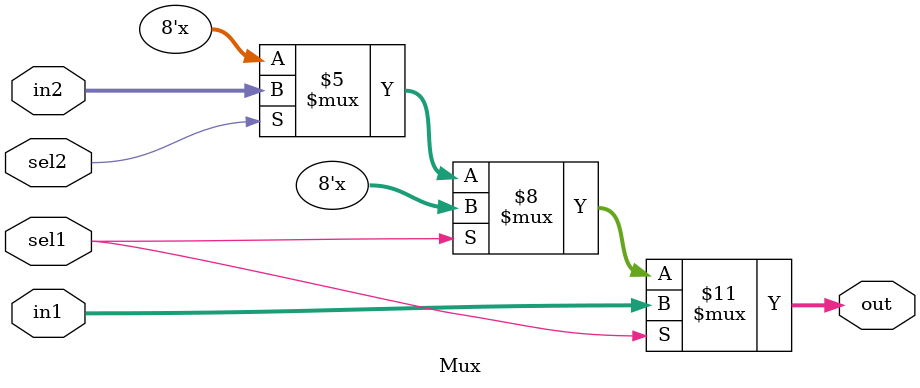
<source format=v>
module Mux #(parameter WIDTH = 8) (
    in1, in2, sel1, sel2, out);
    input [WIDTH-1:0] in1;
    input [WIDTH-1:0] in2;
    input sel1;
    input sel2;
    
    output reg [WIDTH-1:0] out;

    always@(in1, in2, sel1, sel2) begin
        if (sel1 == 1) begin
            out = in1;
        end else if (sel2 == 1) begin
            out = in2;
        end
    end
endmodule

</source>
